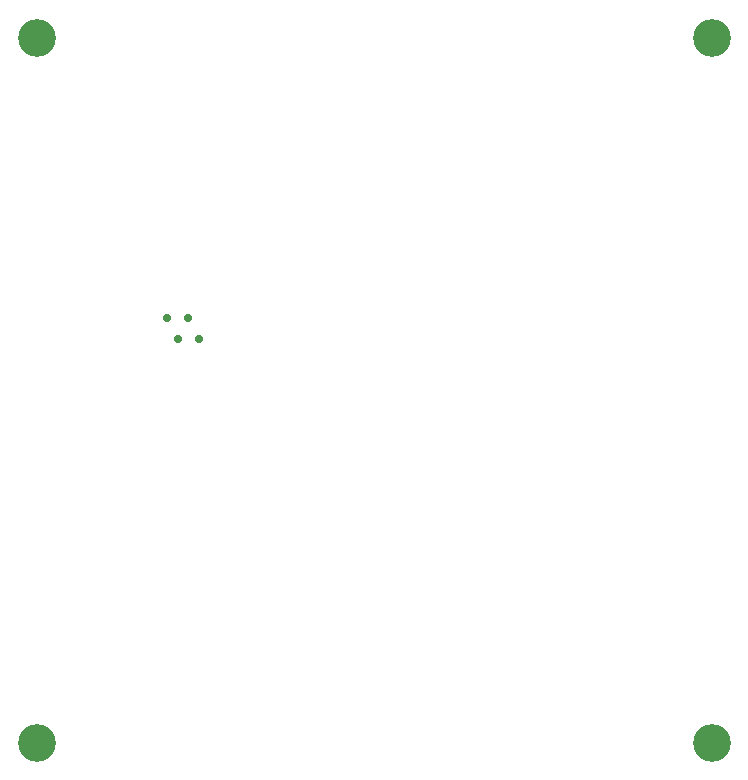
<source format=gbr>
%TF.GenerationSoftware,Altium Limited,Altium Designer,22.6.1 (34)*%
G04 Layer_Color=0*
%FSLAX26Y26*%
%MOIN*%
%TF.SameCoordinates,875EB05E-A6AF-4184-B243-C0806E1F30E9*%
%TF.FilePolarity,Positive*%
%TF.FileFunction,Plated,1,2,PTH,Drill*%
%TF.Part,Single*%
G01*
G75*
%TA.AperFunction,OtherDrill,Pad Free-1 (2375mil,2475mil)*%
%ADD61C,0.126000*%
%TA.AperFunction,OtherDrill,Pad Free-1 (125mil,2475mil)*%
%ADD62C,0.126000*%
%TA.AperFunction,OtherDrill,Pad Free-1 (2375mil,125mil)*%
%ADD63C,0.126000*%
%TA.AperFunction,OtherDrill,Pad Free-1 (125mil,125mil)*%
%ADD64C,0.126000*%
%TA.AperFunction,ViaDrill,NotFilled*%
%ADD65C,0.028000*%
D61*
X2375000Y2475000D02*
D03*
D62*
X125000D02*
D03*
D63*
X2375000Y125000D02*
D03*
D64*
X125000D02*
D03*
D65*
X630000Y1540000D02*
D03*
X665000Y1470000D02*
D03*
X560000Y1540000D02*
D03*
X595000Y1470000D02*
D03*
%TF.MD5,0f778a5003643da5f0cf384b4769e631*%
M02*

</source>
